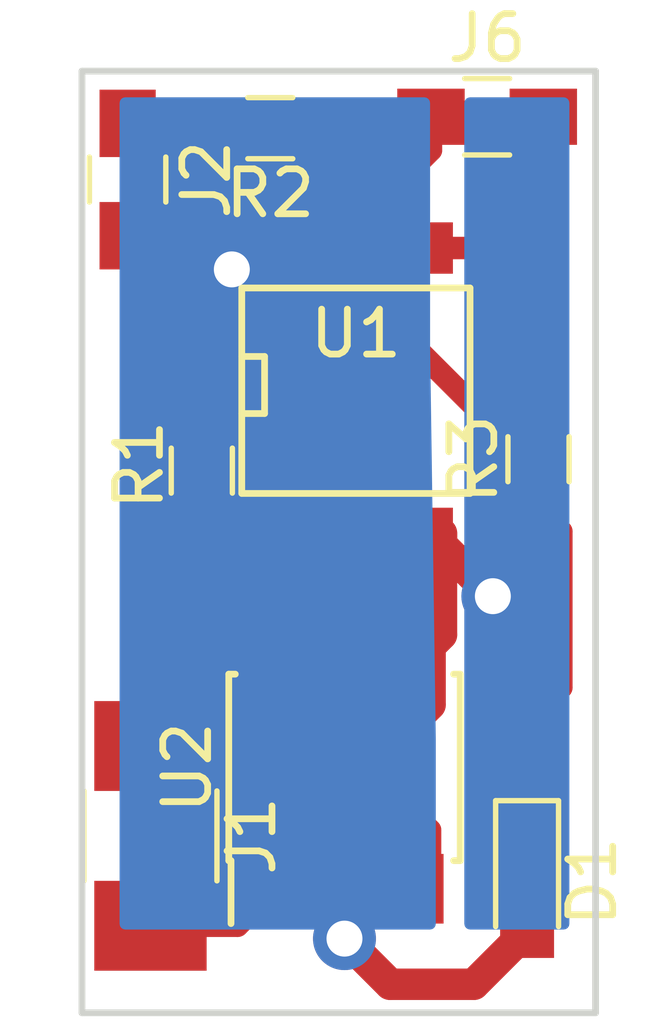
<source format=kicad_pcb>
(kicad_pcb (version 4) (host pcbnew 4.0.6)

  (general
    (links 18)
    (no_connects 0)
    (area 129.875 105.044 144.611 127.381001)
    (thickness 1.6)
    (drawings 4)
    (tracks 66)
    (zones 0)
    (modules 9)
    (nets 13)
  )

  (page A4)
  (layers
    (0 F.Cu signal)
    (31 B.Cu signal)
    (32 B.Adhes user)
    (33 F.Adhes user)
    (34 B.Paste user)
    (35 F.Paste user)
    (36 B.SilkS user)
    (37 F.SilkS user)
    (38 B.Mask user)
    (39 F.Mask user)
    (40 Dwgs.User user)
    (41 Cmts.User user)
    (42 Eco1.User user)
    (43 Eco2.User user)
    (44 Edge.Cuts user)
    (45 Margin user)
    (46 B.CrtYd user)
    (47 F.CrtYd user)
    (48 B.Fab user)
    (49 F.Fab user)
  )

  (setup
    (last_trace_width 0.5)
    (trace_clearance 0.2)
    (zone_clearance 0.508)
    (zone_45_only no)
    (trace_min 0.2)
    (segment_width 0.2)
    (edge_width 0.15)
    (via_size 1.4)
    (via_drill 0.8)
    (via_min_size 0.4)
    (via_min_drill 0.3)
    (uvia_size 0.3)
    (uvia_drill 0.1)
    (uvias_allowed no)
    (uvia_min_size 0.2)
    (uvia_min_drill 0.1)
    (pcb_text_width 0.3)
    (pcb_text_size 1.5 1.5)
    (mod_edge_width 0.15)
    (mod_text_size 1 1)
    (mod_text_width 0.15)
    (pad_size 1.524 1.524)
    (pad_drill 0.762)
    (pad_to_mask_clearance 0.2)
    (aux_axis_origin 0 0)
    (visible_elements 7FFFFFFF)
    (pcbplotparams
      (layerselection 0x01000_00000001)
      (usegerberextensions false)
      (excludeedgelayer false)
      (linewidth 0.100000)
      (plotframeref false)
      (viasonmask false)
      (mode 1)
      (useauxorigin false)
      (hpglpennumber 1)
      (hpglpenspeed 20)
      (hpglpendiameter 15)
      (hpglpenoverlay 2)
      (psnegative false)
      (psa4output false)
      (plotreference true)
      (plotvalue true)
      (plotinvisibletext false)
      (padsonsilk false)
      (subtractmaskfromsilk false)
      (outputformat 3)
      (mirror false)
      (drillshape 2)
      (scaleselection 1)
      (outputdirectory ""))
  )

  (net 0 "")
  (net 1 "Net-(J1-Pad1)")
  (net 2 "Net-(J1-Pad2)")
  (net 3 VCC)
  (net 4 IA)
  (net 5 IB)
  (net 6 GND)
  (net 7 "Net-(D1-Pad1)")
  (net 8 SCK)
  (net 9 MOSI)
  (net 10 MISO)
  (net 11 RST)
  (net 12 "Net-(J2-Pad1)")

  (net_class Default "This is the default net class."
    (clearance 0.2)
    (trace_width 0.5)
    (via_dia 1.4)
    (via_drill 0.8)
    (uvia_dia 0.3)
    (uvia_drill 0.1)
    (add_net IA)
    (add_net IB)
    (add_net MISO)
    (add_net MOSI)
    (add_net "Net-(D1-Pad1)")
    (add_net "Net-(J1-Pad1)")
    (add_net "Net-(J1-Pad2)")
    (add_net "Net-(J2-Pad1)")
    (add_net RST)
    (add_net SCK)
  )

  (net_class POWER ""
    (clearance 0.2)
    (trace_width 0.7)
    (via_dia 1.4)
    (via_drill 0.8)
    (uvia_dia 0.3)
    (uvia_drill 0.1)
    (add_net GND)
    (add_net VCC)
  )

  (module Resistors_SMD:R_0603_HandSoldering (layer F.Cu) (tedit 5912C569) (tstamp 5900F83D)
    (at 134.493 115.062 270)
    (descr "Resistor SMD 0603, hand soldering")
    (tags "resistor 0603")
    (path /5900F086)
    (attr smd)
    (fp_text reference R1 (at -0.127 1.397 270) (layer F.SilkS)
      (effects (font (size 1 1) (thickness 0.15)))
    )
    (fp_text value 10K (at 0 1.55 270) (layer F.Fab)
      (effects (font (size 1 1) (thickness 0.15)))
    )
    (fp_text user %R (at 0 0 270) (layer F.Fab)
      (effects (font (size 0.5 0.5) (thickness 0.075)))
    )
    (fp_line (start -0.8 0.4) (end -0.8 -0.4) (layer F.Fab) (width 0.1))
    (fp_line (start 0.8 0.4) (end -0.8 0.4) (layer F.Fab) (width 0.1))
    (fp_line (start 0.8 -0.4) (end 0.8 0.4) (layer F.Fab) (width 0.1))
    (fp_line (start -0.8 -0.4) (end 0.8 -0.4) (layer F.Fab) (width 0.1))
    (fp_line (start 0.5 0.68) (end -0.5 0.68) (layer F.SilkS) (width 0.12))
    (fp_line (start -0.5 -0.68) (end 0.5 -0.68) (layer F.SilkS) (width 0.12))
    (fp_line (start -1.96 -0.7) (end 1.95 -0.7) (layer F.CrtYd) (width 0.05))
    (fp_line (start -1.96 -0.7) (end -1.96 0.7) (layer F.CrtYd) (width 0.05))
    (fp_line (start 1.95 0.7) (end 1.95 -0.7) (layer F.CrtYd) (width 0.05))
    (fp_line (start 1.95 0.7) (end -1.96 0.7) (layer F.CrtYd) (width 0.05))
    (pad 1 smd rect (at -1.1 0 270) (size 1.2 0.9) (layers F.Cu F.Paste F.Mask)
      (net 3 VCC))
    (pad 2 smd rect (at 1.1 0 270) (size 1.2 0.9) (layers F.Cu F.Paste F.Mask)
      (net 11 RST))
    (model ${KISYS3DMOD}/Resistors_SMD.3dshapes/R_0603.wrl
      (at (xyz 0 0 0))
      (scale (xyz 1 1 1))
      (rotate (xyz 0 0 0))
    )
  )

  (module LEDs:LED_0805 (layer F.Cu) (tedit 57FE93EC) (tstamp 59020AA9)
    (at 141.732 124.206 270)
    (descr "LED 0805 smd package")
    (tags "LED led 0805 SMD smd SMT smt smdled SMDLED smtled SMTLED")
    (path /59021665)
    (attr smd)
    (fp_text reference D1 (at 0 -1.45 270) (layer F.SilkS)
      (effects (font (size 1 1) (thickness 0.15)))
    )
    (fp_text value LED (at 0 1.55 270) (layer F.Fab)
      (effects (font (size 1 1) (thickness 0.15)))
    )
    (fp_line (start -1.8 -0.7) (end -1.8 0.7) (layer F.SilkS) (width 0.12))
    (fp_line (start -0.4 -0.4) (end -0.4 0.4) (layer F.Fab) (width 0.1))
    (fp_line (start -0.4 0) (end 0.2 -0.4) (layer F.Fab) (width 0.1))
    (fp_line (start 0.2 0.4) (end -0.4 0) (layer F.Fab) (width 0.1))
    (fp_line (start 0.2 -0.4) (end 0.2 0.4) (layer F.Fab) (width 0.1))
    (fp_line (start 1 0.6) (end -1 0.6) (layer F.Fab) (width 0.1))
    (fp_line (start 1 -0.6) (end 1 0.6) (layer F.Fab) (width 0.1))
    (fp_line (start -1 -0.6) (end 1 -0.6) (layer F.Fab) (width 0.1))
    (fp_line (start -1 0.6) (end -1 -0.6) (layer F.Fab) (width 0.1))
    (fp_line (start -1.8 0.7) (end 1 0.7) (layer F.SilkS) (width 0.12))
    (fp_line (start -1.8 -0.7) (end 1 -0.7) (layer F.SilkS) (width 0.12))
    (fp_line (start 1.95 -0.85) (end 1.95 0.85) (layer F.CrtYd) (width 0.05))
    (fp_line (start 1.95 0.85) (end -1.95 0.85) (layer F.CrtYd) (width 0.05))
    (fp_line (start -1.95 0.85) (end -1.95 -0.85) (layer F.CrtYd) (width 0.05))
    (fp_line (start -1.95 -0.85) (end 1.95 -0.85) (layer F.CrtYd) (width 0.05))
    (pad 2 smd rect (at 1.1 0 90) (size 1.2 1.2) (layers F.Cu F.Paste F.Mask)
      (net 3 VCC))
    (pad 1 smd rect (at -1.1 0 90) (size 1.2 1.2) (layers F.Cu F.Paste F.Mask)
      (net 7 "Net-(D1-Pad1)"))
    (model LEDs.3dshapes/LED_0805.wrl
      (at (xyz 0 0 0))
      (scale (xyz 1 1 1))
      (rotate (xyz 0 0 180))
    )
  )

  (module Resistors_SMD:R_0603_HandSoldering (layer F.Cu) (tedit 58E0A804) (tstamp 59020ABC)
    (at 136.017 107.442 180)
    (descr "Resistor SMD 0603, hand soldering")
    (tags "resistor 0603")
    (path /59020CBE)
    (attr smd)
    (fp_text reference R2 (at 0 -1.45 180) (layer F.SilkS)
      (effects (font (size 1 1) (thickness 0.15)))
    )
    (fp_text value 1K (at 0 1.55 180) (layer F.Fab)
      (effects (font (size 1 1) (thickness 0.15)))
    )
    (fp_text user %R (at 0 0 180) (layer F.Fab)
      (effects (font (size 0.5 0.5) (thickness 0.075)))
    )
    (fp_line (start -0.8 0.4) (end -0.8 -0.4) (layer F.Fab) (width 0.1))
    (fp_line (start 0.8 0.4) (end -0.8 0.4) (layer F.Fab) (width 0.1))
    (fp_line (start 0.8 -0.4) (end 0.8 0.4) (layer F.Fab) (width 0.1))
    (fp_line (start -0.8 -0.4) (end 0.8 -0.4) (layer F.Fab) (width 0.1))
    (fp_line (start 0.5 0.68) (end -0.5 0.68) (layer F.SilkS) (width 0.12))
    (fp_line (start -0.5 -0.68) (end 0.5 -0.68) (layer F.SilkS) (width 0.12))
    (fp_line (start -1.96 -0.7) (end 1.95 -0.7) (layer F.CrtYd) (width 0.05))
    (fp_line (start -1.96 -0.7) (end -1.96 0.7) (layer F.CrtYd) (width 0.05))
    (fp_line (start 1.95 0.7) (end 1.95 -0.7) (layer F.CrtYd) (width 0.05))
    (fp_line (start 1.95 0.7) (end -1.96 0.7) (layer F.CrtYd) (width 0.05))
    (pad 1 smd rect (at -1.1 0 180) (size 1.2 0.9) (layers F.Cu F.Paste F.Mask)
      (net 8 SCK))
    (pad 2 smd rect (at 1.1 0 180) (size 1.2 0.9) (layers F.Cu F.Paste F.Mask)
      (net 12 "Net-(J2-Pad1)"))
    (model ${KISYS3DMOD}/Resistors_SMD.3dshapes/R_0603.wrl
      (at (xyz 0 0 0))
      (scale (xyz 1 1 1))
      (rotate (xyz 0 0 0))
    )
  )

  (module Resistors_SMD:R_0603_HandSoldering (layer F.Cu) (tedit 58E0A804) (tstamp 59020AC2)
    (at 141.986 114.808 90)
    (descr "Resistor SMD 0603, hand soldering")
    (tags "resistor 0603")
    (path /590216DE)
    (attr smd)
    (fp_text reference R3 (at 0 -1.45 90) (layer F.SilkS)
      (effects (font (size 1 1) (thickness 0.15)))
    )
    (fp_text value 1K (at 0 1.55 90) (layer F.Fab)
      (effects (font (size 1 1) (thickness 0.15)))
    )
    (fp_text user %R (at 0 0 90) (layer F.Fab)
      (effects (font (size 0.5 0.5) (thickness 0.075)))
    )
    (fp_line (start -0.8 0.4) (end -0.8 -0.4) (layer F.Fab) (width 0.1))
    (fp_line (start 0.8 0.4) (end -0.8 0.4) (layer F.Fab) (width 0.1))
    (fp_line (start 0.8 -0.4) (end 0.8 0.4) (layer F.Fab) (width 0.1))
    (fp_line (start -0.8 -0.4) (end 0.8 -0.4) (layer F.Fab) (width 0.1))
    (fp_line (start 0.5 0.68) (end -0.5 0.68) (layer F.SilkS) (width 0.12))
    (fp_line (start -0.5 -0.68) (end 0.5 -0.68) (layer F.SilkS) (width 0.12))
    (fp_line (start -1.96 -0.7) (end 1.95 -0.7) (layer F.CrtYd) (width 0.05))
    (fp_line (start -1.96 -0.7) (end -1.96 0.7) (layer F.CrtYd) (width 0.05))
    (fp_line (start 1.95 0.7) (end 1.95 -0.7) (layer F.CrtYd) (width 0.05))
    (fp_line (start 1.95 0.7) (end -1.96 0.7) (layer F.CrtYd) (width 0.05))
    (pad 1 smd rect (at -1.1 0 90) (size 1.2 0.9) (layers F.Cu F.Paste F.Mask)
      (net 7 "Net-(D1-Pad1)"))
    (pad 2 smd rect (at 1.1 0 90) (size 1.2 0.9) (layers F.Cu F.Paste F.Mask)
      (net 10 MISO))
    (model ${KISYS3DMOD}/Resistors_SMD.3dshapes/R_0603.wrl
      (at (xyz 0 0 0))
      (scale (xyz 1 1 1))
      (rotate (xyz 0 0 0))
    )
  )

  (module Housings_SOIC:SOIC-8_3.9x4.9mm_Pitch1.27mm (layer F.Cu) (tedit 58CD0CDA) (tstamp 5900F85C)
    (at 137.668 121.666 90)
    (descr "8-Lead Plastic Small Outline (SN) - Narrow, 3.90 mm Body [SOIC] (see Microchip Packaging Specification 00000049BS.pdf)")
    (tags "SOIC 1.27")
    (path /5900F432)
    (attr smd)
    (fp_text reference U2 (at 0 -3.5 90) (layer F.SilkS)
      (effects (font (size 1 1) (thickness 0.15)))
    )
    (fp_text value L9110 (at 0 3.5 90) (layer F.Fab)
      (effects (font (size 1 1) (thickness 0.15)))
    )
    (fp_text user %R (at 0 0 90) (layer F.Fab)
      (effects (font (size 1 1) (thickness 0.15)))
    )
    (fp_line (start -0.95 -2.45) (end 1.95 -2.45) (layer F.Fab) (width 0.1))
    (fp_line (start 1.95 -2.45) (end 1.95 2.45) (layer F.Fab) (width 0.1))
    (fp_line (start 1.95 2.45) (end -1.95 2.45) (layer F.Fab) (width 0.1))
    (fp_line (start -1.95 2.45) (end -1.95 -1.45) (layer F.Fab) (width 0.1))
    (fp_line (start -1.95 -1.45) (end -0.95 -2.45) (layer F.Fab) (width 0.1))
    (fp_line (start -3.73 -2.7) (end -3.73 2.7) (layer F.CrtYd) (width 0.05))
    (fp_line (start 3.73 -2.7) (end 3.73 2.7) (layer F.CrtYd) (width 0.05))
    (fp_line (start -3.73 -2.7) (end 3.73 -2.7) (layer F.CrtYd) (width 0.05))
    (fp_line (start -3.73 2.7) (end 3.73 2.7) (layer F.CrtYd) (width 0.05))
    (fp_line (start -2.075 -2.575) (end -2.075 -2.525) (layer F.SilkS) (width 0.15))
    (fp_line (start 2.075 -2.575) (end 2.075 -2.43) (layer F.SilkS) (width 0.15))
    (fp_line (start 2.075 2.575) (end 2.075 2.43) (layer F.SilkS) (width 0.15))
    (fp_line (start -2.075 2.575) (end -2.075 2.43) (layer F.SilkS) (width 0.15))
    (fp_line (start -2.075 -2.575) (end 2.075 -2.575) (layer F.SilkS) (width 0.15))
    (fp_line (start -2.075 2.575) (end 2.075 2.575) (layer F.SilkS) (width 0.15))
    (fp_line (start -2.075 -2.525) (end -3.475 -2.525) (layer F.SilkS) (width 0.15))
    (pad 1 smd rect (at -2.7 -1.905 90) (size 1.55 0.6) (layers F.Cu F.Paste F.Mask)
      (net 2 "Net-(J1-Pad2)"))
    (pad 2 smd rect (at -2.7 -0.635 90) (size 1.55 0.6) (layers F.Cu F.Paste F.Mask)
      (net 3 VCC))
    (pad 3 smd rect (at -2.7 0.635 90) (size 1.55 0.6) (layers F.Cu F.Paste F.Mask)
      (net 3 VCC))
    (pad 4 smd rect (at -2.7 1.905 90) (size 1.55 0.6) (layers F.Cu F.Paste F.Mask)
      (net 1 "Net-(J1-Pad1)"))
    (pad 5 smd rect (at 2.7 1.905 90) (size 1.55 0.6) (layers F.Cu F.Paste F.Mask)
      (net 6 GND))
    (pad 6 smd rect (at 2.7 0.635 90) (size 1.55 0.6) (layers F.Cu F.Paste F.Mask)
      (net 4 IA))
    (pad 7 smd rect (at 2.7 -0.635 90) (size 1.55 0.6) (layers F.Cu F.Paste F.Mask)
      (net 5 IB))
    (pad 8 smd rect (at 2.7 -1.905 90) (size 1.55 0.6) (layers F.Cu F.Paste F.Mask)
      (net 6 GND))
    (model Housings_SOIC.3dshapes/SOIC-8_3.9x4.9mm_Pitch1.27mm.wrl
      (at (xyz 0 0 0))
      (scale (xyz 1 1 1))
      (rotate (xyz 0 0 0))
    )
  )

  (module SMD_Packages:SOIC-8-N (layer F.Cu) (tedit 0) (tstamp 5900F849)
    (at 137.922 113.284)
    (descr "Module Narrow CMS SOJ 8 pins large")
    (tags "CMS SOJ")
    (path /5900EEC7)
    (attr smd)
    (fp_text reference U1 (at 0 -1.27) (layer F.SilkS)
      (effects (font (size 1 1) (thickness 0.15)))
    )
    (fp_text value ATTINY15-1SC (at 0 1.27) (layer F.Fab)
      (effects (font (size 1 1) (thickness 0.15)))
    )
    (fp_line (start -2.54 -2.286) (end 2.54 -2.286) (layer F.SilkS) (width 0.15))
    (fp_line (start 2.54 -2.286) (end 2.54 2.286) (layer F.SilkS) (width 0.15))
    (fp_line (start 2.54 2.286) (end -2.54 2.286) (layer F.SilkS) (width 0.15))
    (fp_line (start -2.54 2.286) (end -2.54 -2.286) (layer F.SilkS) (width 0.15))
    (fp_line (start -2.54 -0.762) (end -2.032 -0.762) (layer F.SilkS) (width 0.15))
    (fp_line (start -2.032 -0.762) (end -2.032 0.508) (layer F.SilkS) (width 0.15))
    (fp_line (start -2.032 0.508) (end -2.54 0.508) (layer F.SilkS) (width 0.15))
    (pad 8 smd rect (at -1.905 -3.175) (size 0.508 1.143) (layers F.Cu F.Paste F.Mask)
      (net 3 VCC))
    (pad 7 smd rect (at -0.635 -3.175) (size 0.508 1.143) (layers F.Cu F.Paste F.Mask)
      (net 8 SCK))
    (pad 6 smd rect (at 0.635 -3.175) (size 0.508 1.143) (layers F.Cu F.Paste F.Mask)
      (net 10 MISO))
    (pad 5 smd rect (at 1.905 -3.175) (size 0.508 1.143) (layers F.Cu F.Paste F.Mask)
      (net 9 MOSI))
    (pad 4 smd rect (at 1.905 3.175) (size 0.508 1.143) (layers F.Cu F.Paste F.Mask)
      (net 6 GND))
    (pad 3 smd rect (at 0.635 3.175) (size 0.508 1.143) (layers F.Cu F.Paste F.Mask)
      (net 4 IA))
    (pad 2 smd rect (at -0.635 3.175) (size 0.508 1.143) (layers F.Cu F.Paste F.Mask)
      (net 5 IB))
    (pad 1 smd rect (at -1.905 3.175) (size 0.508 1.143) (layers F.Cu F.Paste F.Mask)
      (net 11 RST))
    (model SMD_Packages.3dshapes/SOIC-8-N.wrl
      (at (xyz 0 0 0))
      (scale (xyz 0.5 0.38 0.5))
      (rotate (xyz 0 0 0))
    )
  )

  (module Capacitors_SMD:C_1210_HandSoldering (layer F.Cu) (tedit 58AA84FB) (tstamp 5900F837)
    (at 133.35 123.19 270)
    (descr "Capacitor SMD 1210, hand soldering")
    (tags "capacitor 1210")
    (path /5900FB97)
    (attr smd)
    (fp_text reference J1 (at 0 -2.25 270) (layer F.SilkS)
      (effects (font (size 1 1) (thickness 0.15)))
    )
    (fp_text value SOLENOID (at 0 2.5 270) (layer F.Fab)
      (effects (font (size 1 1) (thickness 0.15)))
    )
    (fp_text user %R (at 0 -2.25 270) (layer F.Fab)
      (effects (font (size 1 1) (thickness 0.15)))
    )
    (fp_line (start -1.6 1.25) (end -1.6 -1.25) (layer F.Fab) (width 0.1))
    (fp_line (start 1.6 1.25) (end -1.6 1.25) (layer F.Fab) (width 0.1))
    (fp_line (start 1.6 -1.25) (end 1.6 1.25) (layer F.Fab) (width 0.1))
    (fp_line (start -1.6 -1.25) (end 1.6 -1.25) (layer F.Fab) (width 0.1))
    (fp_line (start 1 -1.48) (end -1 -1.48) (layer F.SilkS) (width 0.12))
    (fp_line (start -1 1.48) (end 1 1.48) (layer F.SilkS) (width 0.12))
    (fp_line (start -3.25 -1.5) (end 3.25 -1.5) (layer F.CrtYd) (width 0.05))
    (fp_line (start -3.25 -1.5) (end -3.25 1.5) (layer F.CrtYd) (width 0.05))
    (fp_line (start 3.25 1.5) (end 3.25 -1.5) (layer F.CrtYd) (width 0.05))
    (fp_line (start 3.25 1.5) (end -3.25 1.5) (layer F.CrtYd) (width 0.05))
    (pad 1 smd rect (at -2 0 270) (size 2 2.5) (layers F.Cu F.Paste F.Mask)
      (net 1 "Net-(J1-Pad1)"))
    (pad 2 smd rect (at 2 0 270) (size 2 2.5) (layers F.Cu F.Paste F.Mask)
      (net 2 "Net-(J1-Pad2)"))
    (model Capacitors_SMD.3dshapes/C_1210.wrl
      (at (xyz 0 0 0))
      (scale (xyz 1 1 1))
      (rotate (xyz 0 0 0))
    )
  )

  (module Capacitors_SMD:C_0805_HandSoldering (layer F.Cu) (tedit 58AA84A8) (tstamp 59020AAF)
    (at 132.842 108.585 270)
    (descr "Capacitor SMD 0805, hand soldering")
    (tags "capacitor 0805")
    (path /59020A74)
    (attr smd)
    (fp_text reference J2 (at 0 -1.75 270) (layer F.SilkS)
      (effects (font (size 1 1) (thickness 0.15)))
    )
    (fp_text value Sensor (at 0 1.75 270) (layer F.Fab)
      (effects (font (size 1 1) (thickness 0.15)))
    )
    (fp_text user %R (at 0 -1.75 270) (layer F.Fab)
      (effects (font (size 1 1) (thickness 0.15)))
    )
    (fp_line (start -1 0.62) (end -1 -0.62) (layer F.Fab) (width 0.1))
    (fp_line (start 1 0.62) (end -1 0.62) (layer F.Fab) (width 0.1))
    (fp_line (start 1 -0.62) (end 1 0.62) (layer F.Fab) (width 0.1))
    (fp_line (start -1 -0.62) (end 1 -0.62) (layer F.Fab) (width 0.1))
    (fp_line (start 0.5 -0.85) (end -0.5 -0.85) (layer F.SilkS) (width 0.12))
    (fp_line (start -0.5 0.85) (end 0.5 0.85) (layer F.SilkS) (width 0.12))
    (fp_line (start -2.25 -0.88) (end 2.25 -0.88) (layer F.CrtYd) (width 0.05))
    (fp_line (start -2.25 -0.88) (end -2.25 0.87) (layer F.CrtYd) (width 0.05))
    (fp_line (start 2.25 0.87) (end 2.25 -0.88) (layer F.CrtYd) (width 0.05))
    (fp_line (start 2.25 0.87) (end -2.25 0.87) (layer F.CrtYd) (width 0.05))
    (pad 1 smd rect (at -1.25 0 270) (size 1.5 1.25) (layers F.Cu F.Paste F.Mask)
      (net 12 "Net-(J2-Pad1)"))
    (pad 2 smd rect (at 1.25 0 270) (size 1.5 1.25) (layers F.Cu F.Paste F.Mask)
      (net 6 GND))
    (model Capacitors_SMD.3dshapes/C_0805.wrl
      (at (xyz 0 0 0))
      (scale (xyz 1 1 1))
      (rotate (xyz 0 0 0))
    )
  )

  (module Capacitors_SMD:C_0805_HandSoldering (layer F.Cu) (tedit 58AA84A8) (tstamp 59131BF8)
    (at 140.843 107.188)
    (descr "Capacitor SMD 0805, hand soldering")
    (tags "capacitor 0805")
    (path /591355CF)
    (attr smd)
    (fp_text reference J6 (at 0 -1.75) (layer F.SilkS)
      (effects (font (size 1 1) (thickness 0.15)))
    )
    (fp_text value Inp_data (at 0 1.75) (layer F.Fab)
      (effects (font (size 1 1) (thickness 0.15)))
    )
    (fp_text user %R (at 0 -1.75) (layer F.Fab)
      (effects (font (size 1 1) (thickness 0.15)))
    )
    (fp_line (start -1 0.62) (end -1 -0.62) (layer F.Fab) (width 0.1))
    (fp_line (start 1 0.62) (end -1 0.62) (layer F.Fab) (width 0.1))
    (fp_line (start 1 -0.62) (end 1 0.62) (layer F.Fab) (width 0.1))
    (fp_line (start -1 -0.62) (end 1 -0.62) (layer F.Fab) (width 0.1))
    (fp_line (start 0.5 -0.85) (end -0.5 -0.85) (layer F.SilkS) (width 0.12))
    (fp_line (start -0.5 0.85) (end 0.5 0.85) (layer F.SilkS) (width 0.12))
    (fp_line (start -2.25 -0.88) (end 2.25 -0.88) (layer F.CrtYd) (width 0.05))
    (fp_line (start -2.25 -0.88) (end -2.25 0.87) (layer F.CrtYd) (width 0.05))
    (fp_line (start 2.25 0.87) (end 2.25 -0.88) (layer F.CrtYd) (width 0.05))
    (fp_line (start 2.25 0.87) (end -2.25 0.87) (layer F.CrtYd) (width 0.05))
    (pad 1 smd rect (at -1.25 0) (size 1.5 1.25) (layers F.Cu F.Paste F.Mask)
      (net 10 MISO))
    (pad 2 smd rect (at 1.25 0) (size 1.5 1.25) (layers F.Cu F.Paste F.Mask)
      (net 9 MOSI))
    (model Capacitors_SMD.3dshapes/C_0805.wrl
      (at (xyz 0 0 0))
      (scale (xyz 1 1 1))
      (rotate (xyz 0 0 0))
    )
  )

  (gr_line (start 131.826 106.172) (end 143.256 106.172) (angle 90) (layer Edge.Cuts) (width 0.15))
  (gr_line (start 143.256 127.127) (end 131.826 127.127) (angle 90) (layer Edge.Cuts) (width 0.15))
  (gr_line (start 131.826 127.127) (end 131.826 106.172) (angle 90) (layer Edge.Cuts) (width 0.15))
  (gr_line (start 143.256 127.127) (end 143.256 106.172) (angle 90) (layer Edge.Cuts) (width 0.15))

  (segment (start 133.35 121.19) (end 134.398 121.19) (width 0.5) (layer F.Cu) (net 1))
  (segment (start 134.398 121.19) (end 135.509 122.301) (width 0.5) (layer F.Cu) (net 1) (tstamp 59159BD9))
  (segment (start 135.509 122.301) (end 138.811 122.301) (width 0.5) (layer F.Cu) (net 1) (tstamp 59159BDA))
  (segment (start 138.811 122.301) (end 139.573 123.063) (width 0.5) (layer F.Cu) (net 1) (tstamp 59159BDC))
  (segment (start 139.573 123.063) (end 139.573 124.366) (width 0.5) (layer F.Cu) (net 1) (tstamp 59159BDE))
  (segment (start 135.763 124.366) (end 135.763 124.714) (width 0.5) (layer F.Cu) (net 2))
  (segment (start 135.763 124.714) (end 135.287 125.19) (width 0.5) (layer F.Cu) (net 2) (tstamp 59159BD3))
  (segment (start 135.287 125.19) (end 133.35 125.19) (width 0.5) (layer F.Cu) (net 2) (tstamp 59159BD5))
  (segment (start 137.668 124.366) (end 137.668 125.476) (width 0.7) (layer F.Cu) (net 3))
  (via (at 137.668 125.476) (size 1.4) (drill 0.8) (layers F.Cu B.Cu) (net 3))
  (segment (start 137.668 125.476) (end 137.668 124.714) (width 0.7) (layer B.Cu) (net 3) (tstamp 591598C2))
  (segment (start 137.033 124.366) (end 137.668 124.366) (width 0.7) (layer F.Cu) (net 3))
  (segment (start 137.668 124.366) (end 138.303 124.366) (width 0.7) (layer F.Cu) (net 3) (tstamp 591598BB))
  (segment (start 138.303 124.366) (end 137.668 125.001) (width 0.7) (layer F.Cu) (net 3) (tstamp 59159774))
  (segment (start 137.668 125.001) (end 137.668 125.476) (width 0.7) (layer F.Cu) (net 3) (tstamp 59159775))
  (segment (start 137.668 125.476) (end 138.684 126.492) (width 0.7) (layer F.Cu) (net 3) (tstamp 59159777))
  (segment (start 140.546 126.492) (end 141.732 125.306) (width 0.7) (layer F.Cu) (net 3) (tstamp 5915977C))
  (segment (start 138.684 126.492) (end 140.546 126.492) (width 0.7) (layer F.Cu) (net 3) (tstamp 59159779))
  (segment (start 141.732 125.306) (end 141.648 125.306) (width 0.7) (layer F.Cu) (net 3))
  (segment (start 134.493 111.252) (end 134.493 113.962) (width 0.7) (layer F.Cu) (net 3) (tstamp 5912CBB7))
  (segment (start 135.89 110.236) (end 135.161 110.584) (width 0.7) (layer F.Cu) (net 3))
  (via (at 135.161 110.584) (size 1.4) (drill 0.8) (layers F.Cu B.Cu) (net 3))
  (segment (start 135.161 110.584) (end 135.128 110.617) (width 0.7) (layer B.Cu) (net 3) (tstamp 5912CBE9))
  (segment (start 135.161 110.584) (end 134.493 111.252) (width 0.7) (layer F.Cu) (net 3) (tstamp 5912CBB1))
  (segment (start 135.806 110.015) (end 135.806 110.32) (width 0.25) (layer F.Cu) (net 3) (status 30))
  (segment (start 138.303 118.966) (end 138.303 117.729) (width 0.5) (layer F.Cu) (net 4))
  (segment (start 138.557 117.475) (end 138.557 116.459) (width 0.5) (layer F.Cu) (net 4) (tstamp 5915989B))
  (segment (start 138.303 117.729) (end 138.557 117.475) (width 0.5) (layer F.Cu) (net 4) (tstamp 59159899))
  (segment (start 137.033 118.966) (end 137.033 117.729) (width 0.5) (layer F.Cu) (net 5))
  (segment (start 137.287 117.475) (end 137.287 116.459) (width 0.5) (layer F.Cu) (net 5) (tstamp 5915989F))
  (segment (start 137.033 117.729) (end 137.287 117.475) (width 0.5) (layer F.Cu) (net 5) (tstamp 5915989E))
  (segment (start 136.398 120.65) (end 139.192 120.65) (width 0.7) (layer F.Cu) (net 6) (tstamp 5915993E))
  (segment (start 135.763 120.015) (end 136.398 120.65) (width 0.7) (layer F.Cu) (net 6) (tstamp 5915993C))
  (segment (start 135.763 118.966) (end 135.763 120.015) (width 0.7) (layer F.Cu) (net 6))
  (segment (start 139.573 120.269) (end 139.573 118.966) (width 0.7) (layer F.Cu) (net 6) (tstamp 59159940))
  (segment (start 139.192 120.65) (end 139.573 120.269) (width 0.7) (layer F.Cu) (net 6) (tstamp 5915993F))
  (segment (start 140.97 117.856) (end 140.716 117.602) (width 0.7) (layer B.Cu) (net 6) (tstamp 5915991A))
  (via (at 140.97 117.856) (size 1.4) (drill 0.8) (layers F.Cu B.Cu) (net 6))
  (segment (start 139.827 116.713) (end 140.97 117.856) (width 0.7) (layer F.Cu) (net 6) (tstamp 591598F5))
  (segment (start 139.827 116.459) (end 139.827 116.713) (width 0.7) (layer F.Cu) (net 6))
  (segment (start 139.827 116.459) (end 139.827 118.712) (width 0.7) (layer F.Cu) (net 6))
  (segment (start 139.827 118.712) (end 139.573 118.966) (width 0.7) (layer F.Cu) (net 6) (tstamp 59159896))
  (segment (start 135.763 118.966) (end 134.206 118.966) (width 0.7) (layer F.Cu) (net 6))
  (segment (start 134.206 118.966) (end 133.096 117.856) (width 0.7) (layer F.Cu) (net 6) (tstamp 591597AB))
  (segment (start 133.096 117.856) (end 133.096 110.114) (width 0.7) (layer F.Cu) (net 6) (tstamp 591597AD))
  (segment (start 141.732 123.106) (end 141.732 120.65) (width 0.5) (layer F.Cu) (net 7))
  (segment (start 142.494 116.416) (end 141.986 115.908) (width 0.5) (layer F.Cu) (net 7) (tstamp 59131DE3))
  (segment (start 142.494 119.888) (end 142.494 116.416) (width 0.5) (layer F.Cu) (net 7) (tstamp 59131DE0))
  (segment (start 141.732 120.65) (end 142.494 119.888) (width 0.5) (layer F.Cu) (net 7) (tstamp 59131DDF))
  (segment (start 137.117 107.442) (end 137.117 108.415) (width 0.5) (layer F.Cu) (net 8) (status 400000))
  (segment (start 137.287 108.585) (end 137.287 110.109) (width 0.5) (layer F.Cu) (net 8) (tstamp 59159DD6) (status 800000))
  (segment (start 137.117 108.415) (end 137.287 108.585) (width 0.5) (layer F.Cu) (net 8) (tstamp 59159DD5))
  (segment (start 139.827 110.109) (end 141.097 110.109) (width 0.5) (layer F.Cu) (net 9))
  (segment (start 142.093 109.113) (end 142.093 107.188) (width 0.5) (layer F.Cu) (net 9) (tstamp 59159DA3))
  (segment (start 141.097 110.109) (end 142.093 109.113) (width 0.5) (layer F.Cu) (net 9) (tstamp 59159DA2))
  (segment (start 138.557 110.109) (end 138.557 108.966) (width 0.5) (layer F.Cu) (net 10))
  (segment (start 139.593 107.93) (end 139.593 107.188) (width 0.5) (layer F.Cu) (net 10) (tstamp 59159D9F))
  (segment (start 138.557 108.966) (end 139.593 107.93) (width 0.5) (layer F.Cu) (net 10) (tstamp 59159D9B))
  (segment (start 141.986 113.708) (end 140.632 113.708) (width 0.5) (layer F.Cu) (net 10))
  (segment (start 138.557 111.633) (end 138.557 110.109) (width 0.5) (layer F.Cu) (net 10) (tstamp 59159891))
  (segment (start 140.632 113.708) (end 138.557 111.633) (width 0.5) (layer F.Cu) (net 10) (tstamp 59159890))
  (segment (start 136.017 116.459) (end 134.79 116.459) (width 0.5) (layer F.Cu) (net 11))
  (segment (start 134.79 116.459) (end 134.493 116.162) (width 0.5) (layer F.Cu) (net 11) (tstamp 591598A6))
  (segment (start 134.917 107.442) (end 134.493 107.442) (width 0.5) (layer F.Cu) (net 12) (status 30))
  (segment (start 134.493 107.442) (end 134.513 107.335) (width 0.5) (layer F.Cu) (net 12) (tstamp 59159C27) (status 10))
  (segment (start 134.513 107.335) (end 133.223 107.335) (width 0.5) (layer F.Cu) (net 12) (tstamp 59159C28))

  (zone (net 3) (net_name VCC) (layer B.Cu) (tstamp 5912C8A1) (hatch edge 0.508)
    (connect_pads (clearance 0.508))
    (min_thickness 0.254)
    (fill yes (arc_segments 16) (thermal_gap 0.508) (thermal_bridge_width 0.508))
    (polygon
      (pts
        (xy 139.573 112.268) (xy 139.7 121.031) (xy 139.7 127.381) (xy 131.953 127.381) (xy 131.699 105.918)
        (xy 139.573 105.918)
      )
    )
    (filled_polygon
      (pts
        (xy 139.446 112.268) (xy 139.446013 112.26984) (xy 139.573 121.031943) (xy 139.573 125.147) (xy 132.79 125.147)
        (xy 132.79 106.882) (xy 139.446 106.882)
      )
    )
  )
  (zone (net 6) (net_name GND) (layer B.Cu) (tstamp 5912C97D) (hatch edge 0.508)
    (connect_pads (clearance 0.508))
    (min_thickness 0.254)
    (fill yes (arc_segments 16) (thermal_gap 0.508) (thermal_bridge_width 0.508))
    (polygon
      (pts
        (xy 143.51 127.254) (xy 140.335 127.254) (xy 140.335 113.03) (xy 140.335 113.03) (xy 140.335 105.918)
        (xy 143.51 105.918)
      )
    )
    (filled_polygon
      (pts
        (xy 142.546 125.147) (xy 140.462 125.147) (xy 140.462 106.882) (xy 142.546 106.882)
      )
    )
  )
)

</source>
